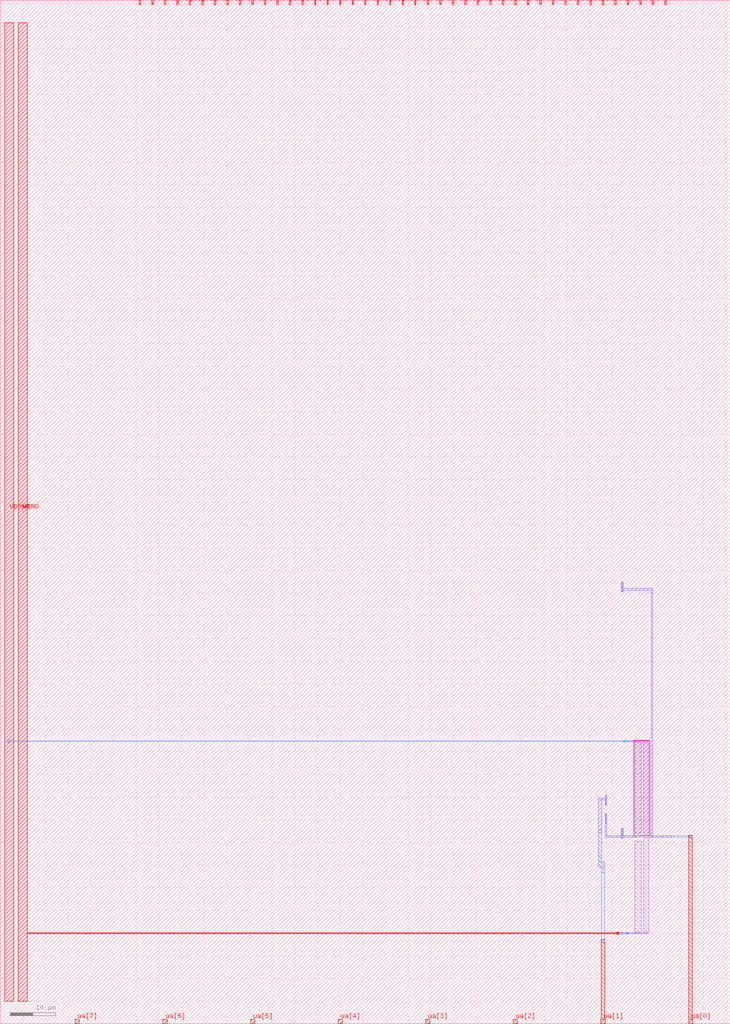
<source format=lef>
VERSION 5.7 ;
  NOWIREEXTENSIONATPIN ON ;
  DIVIDERCHAR "/" ;
  BUSBITCHARS "[]" ;
MACRO tt_um_alexandercoabad_mixedsignal
  CLASS BLOCK ;
  FOREIGN tt_um_alexandercoabad_mixedsignal ;
  ORIGIN 0.000 0.000 ;
  SIZE 161.000 BY 225.760 ;
  PIN clk
    DIRECTION INPUT ;
    USE SIGNAL ;
    PORT
      LAYER met4 ;
        RECT 143.830 224.760 144.130 225.760 ;
    END
  END clk
  PIN ena
    DIRECTION INPUT ;
    USE SIGNAL ;
    PORT
      LAYER met4 ;
        RECT 146.590 224.760 146.890 225.760 ;
    END
  END ena
  PIN rst_n
    DIRECTION INPUT ;
    USE SIGNAL ;
    PORT
      LAYER met4 ;
        RECT 141.070 224.760 141.370 225.760 ;
    END
  END rst_n
  PIN ua[0]
    DIRECTION INOUT ;
    USE SIGNAL ;
    ANTENNADIFFAREA 44.000000 ;
    PORT
      LAYER met4 ;
        RECT 151.810 0.000 152.710 1.000 ;
    END
  END ua[0]
  PIN ua[1]
    DIRECTION INOUT ;
    USE SIGNAL ;
    PORT
      LAYER met4 ;
        RECT 132.490 0.000 133.390 1.000 ;
    END
  END ua[1]
  PIN ua[2]
    DIRECTION INOUT ;
    USE SIGNAL ;
    PORT
      LAYER met4 ;
        RECT 113.170 0.000 114.070 1.000 ;
    END
  END ua[2]
  PIN ua[3]
    DIRECTION INOUT ;
    USE SIGNAL ;
    PORT
      LAYER met4 ;
        RECT 93.850 0.000 94.750 1.000 ;
    END
  END ua[3]
  PIN ua[4]
    DIRECTION INOUT ;
    USE SIGNAL ;
    PORT
      LAYER met4 ;
        RECT 74.530 0.000 75.430 1.000 ;
    END
  END ua[4]
  PIN ua[5]
    DIRECTION INOUT ;
    USE SIGNAL ;
    PORT
      LAYER met4 ;
        RECT 55.210 0.000 56.110 1.000 ;
    END
  END ua[5]
  PIN ua[6]
    DIRECTION INOUT ;
    USE SIGNAL ;
    PORT
      LAYER met4 ;
        RECT 35.890 0.000 36.790 1.000 ;
    END
  END ua[6]
  PIN ua[7]
    DIRECTION INOUT ;
    USE SIGNAL ;
    PORT
      LAYER met4 ;
        RECT 16.570 0.000 17.470 1.000 ;
    END
  END ua[7]
  PIN ui_in[0]
    DIRECTION INPUT ;
    USE SIGNAL ;
    PORT
      LAYER met4 ;
        RECT 138.310 224.760 138.610 225.760 ;
    END
  END ui_in[0]
  PIN ui_in[1]
    DIRECTION INPUT ;
    USE SIGNAL ;
    PORT
      LAYER met4 ;
        RECT 135.550 224.760 135.850 225.760 ;
    END
  END ui_in[1]
  PIN ui_in[2]
    DIRECTION INPUT ;
    USE SIGNAL ;
    PORT
      LAYER met4 ;
        RECT 132.790 224.760 133.090 225.760 ;
    END
  END ui_in[2]
  PIN ui_in[3]
    DIRECTION INPUT ;
    USE SIGNAL ;
    PORT
      LAYER met4 ;
        RECT 130.030 224.760 130.330 225.760 ;
    END
  END ui_in[3]
  PIN ui_in[4]
    DIRECTION INPUT ;
    USE SIGNAL ;
    PORT
      LAYER met4 ;
        RECT 127.270 224.760 127.570 225.760 ;
    END
  END ui_in[4]
  PIN ui_in[5]
    DIRECTION INPUT ;
    USE SIGNAL ;
    PORT
      LAYER met4 ;
        RECT 124.510 224.760 124.810 225.760 ;
    END
  END ui_in[5]
  PIN ui_in[6]
    DIRECTION INPUT ;
    USE SIGNAL ;
    PORT
      LAYER met4 ;
        RECT 121.750 224.760 122.050 225.760 ;
    END
  END ui_in[6]
  PIN ui_in[7]
    DIRECTION INPUT ;
    USE SIGNAL ;
    PORT
      LAYER met4 ;
        RECT 118.990 224.760 119.290 225.760 ;
    END
  END ui_in[7]
  PIN uio_in[0]
    DIRECTION INPUT ;
    USE SIGNAL ;
    PORT
      LAYER met4 ;
        RECT 116.230 224.760 116.530 225.760 ;
    END
  END uio_in[0]
  PIN uio_in[1]
    DIRECTION INPUT ;
    USE SIGNAL ;
    PORT
      LAYER met4 ;
        RECT 113.470 224.760 113.770 225.760 ;
    END
  END uio_in[1]
  PIN uio_in[2]
    DIRECTION INPUT ;
    USE SIGNAL ;
    PORT
      LAYER met4 ;
        RECT 110.710 224.760 111.010 225.760 ;
    END
  END uio_in[2]
  PIN uio_in[3]
    DIRECTION INPUT ;
    USE SIGNAL ;
    PORT
      LAYER met4 ;
        RECT 107.950 224.760 108.250 225.760 ;
    END
  END uio_in[3]
  PIN uio_in[4]
    DIRECTION INPUT ;
    USE SIGNAL ;
    PORT
      LAYER met4 ;
        RECT 105.190 224.760 105.490 225.760 ;
    END
  END uio_in[4]
  PIN uio_in[5]
    DIRECTION INPUT ;
    USE SIGNAL ;
    PORT
      LAYER met4 ;
        RECT 102.430 224.760 102.730 225.760 ;
    END
  END uio_in[5]
  PIN uio_in[6]
    DIRECTION INPUT ;
    USE SIGNAL ;
    PORT
      LAYER met4 ;
        RECT 99.670 224.760 99.970 225.760 ;
    END
  END uio_in[6]
  PIN uio_in[7]
    DIRECTION INPUT ;
    USE SIGNAL ;
    PORT
      LAYER met4 ;
        RECT 96.910 224.760 97.210 225.760 ;
    END
  END uio_in[7]
  PIN uio_oe[0]
    DIRECTION OUTPUT ;
    USE SIGNAL ;
    PORT
      LAYER met4 ;
        RECT 49.990 224.760 50.290 225.760 ;
    END
  END uio_oe[0]
  PIN uio_oe[1]
    DIRECTION OUTPUT ;
    USE SIGNAL ;
    PORT
      LAYER met4 ;
        RECT 47.230 224.760 47.530 225.760 ;
    END
  END uio_oe[1]
  PIN uio_oe[2]
    DIRECTION OUTPUT ;
    USE SIGNAL ;
    PORT
      LAYER met4 ;
        RECT 44.470 224.760 44.770 225.760 ;
    END
  END uio_oe[2]
  PIN uio_oe[3]
    DIRECTION OUTPUT ;
    USE SIGNAL ;
    PORT
      LAYER met4 ;
        RECT 41.710 224.760 42.010 225.760 ;
    END
  END uio_oe[3]
  PIN uio_oe[4]
    DIRECTION OUTPUT ;
    USE SIGNAL ;
    PORT
      LAYER met4 ;
        RECT 38.950 224.760 39.250 225.760 ;
    END
  END uio_oe[4]
  PIN uio_oe[5]
    DIRECTION OUTPUT ;
    USE SIGNAL ;
    PORT
      LAYER met4 ;
        RECT 36.190 224.760 36.490 225.760 ;
    END
  END uio_oe[5]
  PIN uio_oe[6]
    DIRECTION OUTPUT ;
    USE SIGNAL ;
    PORT
      LAYER met4 ;
        RECT 33.430 224.760 33.730 225.760 ;
    END
  END uio_oe[6]
  PIN uio_oe[7]
    DIRECTION OUTPUT ;
    USE SIGNAL ;
    PORT
      LAYER met4 ;
        RECT 30.670 224.760 30.970 225.760 ;
    END
  END uio_oe[7]
  PIN uio_out[0]
    DIRECTION OUTPUT ;
    USE SIGNAL ;
    PORT
      LAYER met4 ;
        RECT 72.070 224.760 72.370 225.760 ;
    END
  END uio_out[0]
  PIN uio_out[1]
    DIRECTION OUTPUT ;
    USE SIGNAL ;
    PORT
      LAYER met4 ;
        RECT 69.310 224.760 69.610 225.760 ;
    END
  END uio_out[1]
  PIN uio_out[2]
    DIRECTION OUTPUT ;
    USE SIGNAL ;
    PORT
      LAYER met4 ;
        RECT 66.550 224.760 66.850 225.760 ;
    END
  END uio_out[2]
  PIN uio_out[3]
    DIRECTION OUTPUT ;
    USE SIGNAL ;
    PORT
      LAYER met4 ;
        RECT 63.790 224.760 64.090 225.760 ;
    END
  END uio_out[3]
  PIN uio_out[4]
    DIRECTION OUTPUT ;
    USE SIGNAL ;
    PORT
      LAYER met4 ;
        RECT 61.030 224.760 61.330 225.760 ;
    END
  END uio_out[4]
  PIN uio_out[5]
    DIRECTION OUTPUT ;
    USE SIGNAL ;
    PORT
      LAYER met4 ;
        RECT 58.270 224.760 58.570 225.760 ;
    END
  END uio_out[5]
  PIN uio_out[6]
    DIRECTION OUTPUT ;
    USE SIGNAL ;
    PORT
      LAYER met4 ;
        RECT 55.510 224.760 55.810 225.760 ;
    END
  END uio_out[6]
  PIN uio_out[7]
    DIRECTION OUTPUT ;
    USE SIGNAL ;
    PORT
      LAYER met4 ;
        RECT 52.750 224.760 53.050 225.760 ;
    END
  END uio_out[7]
  PIN uo_out[0]
    DIRECTION OUTPUT ;
    USE SIGNAL ;
    PORT
      LAYER met4 ;
        RECT 94.150 224.760 94.450 225.760 ;
    END
  END uo_out[0]
  PIN uo_out[1]
    DIRECTION OUTPUT ;
    USE SIGNAL ;
    PORT
      LAYER met4 ;
        RECT 91.390 224.760 91.690 225.760 ;
    END
  END uo_out[1]
  PIN uo_out[2]
    DIRECTION OUTPUT ;
    USE SIGNAL ;
    PORT
      LAYER met4 ;
        RECT 88.630 224.760 88.930 225.760 ;
    END
  END uo_out[2]
  PIN uo_out[3]
    DIRECTION OUTPUT ;
    USE SIGNAL ;
    PORT
      LAYER met4 ;
        RECT 85.870 224.760 86.170 225.760 ;
    END
  END uo_out[3]
  PIN uo_out[4]
    DIRECTION OUTPUT ;
    USE SIGNAL ;
    PORT
      LAYER met4 ;
        RECT 83.110 224.760 83.410 225.760 ;
    END
  END uo_out[4]
  PIN uo_out[5]
    DIRECTION OUTPUT ;
    USE SIGNAL ;
    PORT
      LAYER met4 ;
        RECT 80.350 224.760 80.650 225.760 ;
    END
  END uo_out[5]
  PIN uo_out[6]
    DIRECTION OUTPUT ;
    USE SIGNAL ;
    PORT
      LAYER met4 ;
        RECT 77.590 224.760 77.890 225.760 ;
    END
  END uo_out[6]
  PIN uo_out[7]
    DIRECTION OUTPUT ;
    USE SIGNAL ;
    PORT
      LAYER met4 ;
        RECT 74.830 224.760 75.130 225.760 ;
    END
  END uo_out[7]
  PIN VDPWR
    DIRECTION INOUT ;
    USE POWER ;
    PORT
      LAYER met4 ;
        RECT 1.000 5.000 3.000 220.760 ;
    END
  END VDPWR
  PIN VGND
    DIRECTION INOUT ;
    USE GROUND ;
    PORT
      LAYER met4 ;
        RECT 4.000 5.000 6.000 220.760 ;
    END
  END VGND
  OBS
      LAYER nwell ;
        RECT 139.710 41.450 143.220 62.550 ;
      LAYER li1 ;
        RECT 137.010 95.260 137.360 97.420 ;
        RECT 139.900 62.200 140.110 62.400 ;
        RECT 139.910 61.950 140.110 62.200 ;
        RECT 133.460 48.220 133.810 50.380 ;
        RECT 133.460 44.150 133.810 46.310 ;
        RECT 137.010 40.950 137.360 43.110 ;
        RECT 139.910 42.050 141.360 61.950 ;
        RECT 141.960 41.450 143.010 61.950 ;
        RECT 139.610 41.150 141.410 41.450 ;
        RECT 141.960 41.150 144.010 41.450 ;
        RECT 139.910 20.300 141.360 40.200 ;
        RECT 141.960 20.300 143.010 41.150 ;
        RECT 139.910 19.850 140.110 20.300 ;
      LAYER met1 ;
        RECT 137.060 96.000 137.310 97.390 ;
        RECT 137.060 95.650 143.960 96.000 ;
        RECT 137.060 95.285 137.310 95.650 ;
        RECT 138.400 62.150 143.050 62.450 ;
        RECT 133.510 49.700 133.760 50.350 ;
        RECT 131.900 49.350 133.800 49.700 ;
        RECT 131.900 42.150 132.650 49.350 ;
        RECT 133.510 48.245 133.760 49.350 ;
        RECT 133.510 44.450 133.760 46.285 ;
        RECT 133.460 41.450 133.810 44.450 ;
        RECT 137.060 41.450 137.310 43.085 ;
        RECT 143.610 41.450 143.960 95.650 ;
        RECT 145.800 41.450 146.200 41.500 ;
        RECT 133.460 41.150 140.010 41.450 ;
        RECT 143.600 41.150 146.200 41.450 ;
        RECT 137.060 40.980 137.310 41.150 ;
        RECT 145.800 41.100 146.200 41.150 ;
        RECT 138.050 20.100 138.550 20.200 ;
        RECT 138.050 19.800 142.950 20.100 ;
        RECT 138.050 19.700 138.550 19.800 ;
      LAYER met2 ;
        RECT 137.450 62.450 137.950 62.550 ;
        RECT 137.450 62.150 138.850 62.450 ;
        RECT 137.450 62.050 137.950 62.150 ;
        RECT 131.900 35.750 132.650 42.750 ;
        RECT 145.800 41.450 146.200 41.500 ;
        RECT 148.100 41.450 148.500 41.500 ;
        RECT 145.800 41.150 148.500 41.450 ;
        RECT 145.800 41.100 146.200 41.150 ;
        RECT 148.100 41.100 148.500 41.150 ;
        RECT 131.900 34.550 133.300 35.750 ;
        RECT 132.550 33.350 133.300 34.550 ;
        RECT 136.850 20.100 137.350 20.200 ;
        RECT 138.050 20.100 138.550 20.200 ;
        RECT 136.850 19.800 138.550 20.100 ;
        RECT 136.850 19.700 137.350 19.800 ;
        RECT 138.050 19.700 138.550 19.800 ;
      LAYER met3 ;
        RECT 1.600 62.450 2.200 62.600 ;
        RECT 137.450 62.450 137.950 62.550 ;
        RECT 1.550 62.150 137.950 62.450 ;
        RECT 1.600 62.000 2.200 62.150 ;
        RECT 137.450 62.050 137.950 62.150 ;
        RECT 148.100 41.450 148.500 41.500 ;
        RECT 151.850 41.450 152.600 41.550 ;
        RECT 148.100 41.150 152.600 41.450 ;
        RECT 148.100 41.100 148.500 41.150 ;
        RECT 151.850 41.050 152.600 41.150 ;
        RECT 131.900 35.750 132.650 37.000 ;
        RECT 131.900 34.550 133.300 35.750 ;
        RECT 132.550 17.850 133.300 34.550 ;
        RECT 136.000 20.100 136.500 20.200 ;
        RECT 136.850 20.100 137.350 20.200 ;
        RECT 136.000 19.800 137.350 20.100 ;
        RECT 136.000 19.700 136.500 19.800 ;
        RECT 136.850 19.700 137.350 19.800 ;
      LAYER met4 ;
        RECT 136.000 20.100 136.500 20.200 ;
        RECT 6.000 19.800 136.500 20.100 ;
        RECT 136.000 19.700 136.500 19.800 ;
        RECT 132.550 1.000 133.300 18.550 ;
        RECT 151.850 1.000 152.600 41.550 ;
  END
END tt_um_alexandercoabad_mixedsignal
END LIBRARY


</source>
